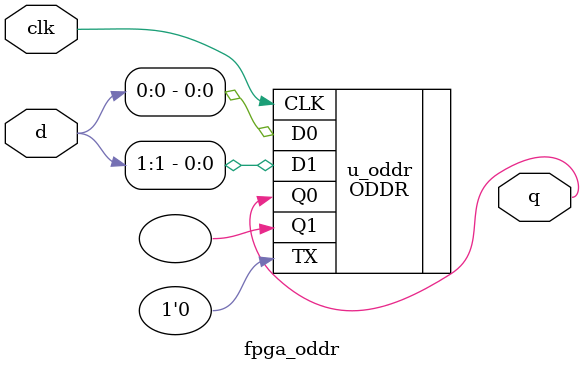
<source format=sv>

module fpga_oddr (
   input  logic       clk,
   input  logic [1:0] d,
   output logic       q
);

   ODDR #(
     .INIT      (1'b0),
     .TXCLK_POL (1'b0)  // clock polarity to drive Q1 with
   )
   u_oddr (
     .Q0        (q),
     .Q1        ( ),    // used for IOBUF OE_N
     .D0        (d[0]), // goes out on rising  edge Q0
     .D1        (d[1]), // goes out on falling edge Q0
     .TX        (1'b0),
     .CLK       (clk)
   );

endmodule: fpga_oddr

/*
------------------------------------------------------------------------------
Version History:
------------------------------------------------------------------------------
 2022/10/9 JI: initial creation
*/

</source>
